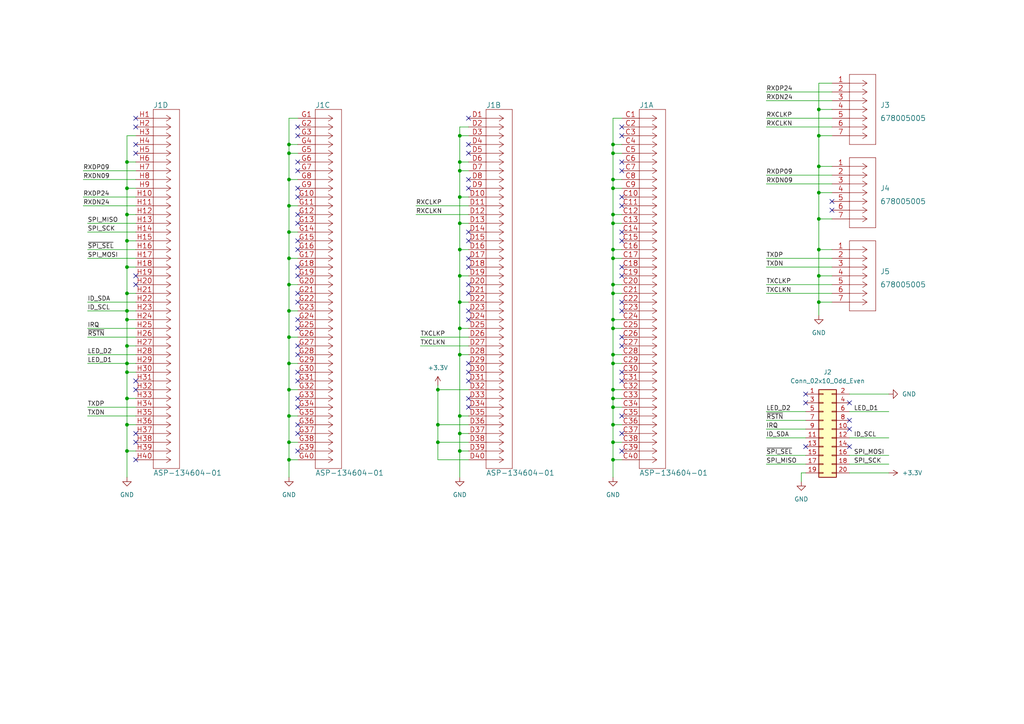
<source format=kicad_sch>
(kicad_sch (version 20211123) (generator eeschema)
  (paper "A4")
  (title_block (title "ATREB215-XPRO FMC Adapter") (date "2022-12-07") (rev "1.0") (company "Mark Saunders"))
  (lib_symbols
    (symbol "678005005:678005005" (pin_names (offset 0.254) hide)
      (property "Reference" "J" (at 8.89 6.35 0))
      (property "Value" "678005005" (at 10.16 -7.62 0))
      (symbol "678005005_1_1"
        (pin unspecified line (at 0 0 0) (length 5.08) (name "1") (number "1"))
        (pin unspecified line (at 0 -2.54 0) (length 5.08) (name "2") (number "2"))
        (pin unspecified line (at 0 -5.08 0) (length 5.08) (name "3") (number "3"))
        (pin unspecified line (at 0 -7.62 0) (length 5.08) (name "4") (number "4"))
        (pin unspecified line (at 0 -10.16 0) (length 5.08) (name "5") (number "5"))
        (pin unspecified line (at 0 -12.7 0) (length 5.08) (name "6") (number "6"))
        (pin unspecified line (at 0 -15.24 0) (length 5.08) (name "7") (number "7"))
      )
    )
    (symbol "ASP-134604-01:ASP-134604-01" (pin_names (offset 0.254) hide)
      (property "Reference" "J" (at 8.89 6.35 0))
      (property "Value" "ASP-134604-01" (at 10.16 -50.8 0))
      (symbol "ASP-134604-01_1_1"
        (pin unspecified line (at 0 0 0) (length 5.08) (name "C1") (number "C1"))
        (pin unspecified line (at 0 -22.86 0) (length 5.08) (name "C10") (number "C10"))
        (pin unspecified line (at 0 -25.4 0) (length 5.08) (name "C11") (number "C11"))
        (pin unspecified line (at 0 -27.94 0) (length 5.08) (name "C12") (number "C12"))
        (pin unspecified line (at 0 -30.48 0) (length 5.08) (name "C13") (number "C13"))
        (pin unspecified line (at 0 -33.02 0) (length 5.08) (name "C14") (number "C14"))
        (pin unspecified line (at 0 -35.56 0) (length 5.08) (name "C15") (number "C15"))
        (pin unspecified line (at 0 -38.1 0) (length 5.08) (name "C16") (number "C16"))
        (pin unspecified line (at 0 -40.64 0) (length 5.08) (name "C17") (number "C17"))
        (pin unspecified line (at 0 -43.18 0) (length 5.08) (name "C18") (number "C18"))
        (pin unspecified line (at 0 -45.72 0) (length 5.08) (name "C19") (number "C19"))
        (pin unspecified line (at 0 -2.54 0) (length 5.08) (name "C2") (number "C2"))
        (pin unspecified line (at 0 -48.26 0) (length 5.08) (name "C20") (number "C20"))
        (pin unspecified line (at 0 -50.8 0) (length 5.08) (name "C21") (number "C21"))
        (pin unspecified line (at 0 -53.34 0) (length 5.08) (name "C22") (number "C22"))
        (pin unspecified line (at 0 -55.88 0) (length 5.08) (name "C23") (number "C23"))
        (pin unspecified line (at 0 -58.42 0) (length 5.08) (name "C24") (number "C24"))
        (pin unspecified line (at 0 -60.96 0) (length 5.08) (name "C25") (number "C25"))
        (pin unspecified line (at 0 -63.5 0) (length 5.08) (name "C26") (number "C26"))
        (pin unspecified line (at 0 -66.04 0) (length 5.08) (name "C27") (number "C27"))
        (pin unspecified line (at 0 -68.58 0) (length 5.08) (name "C28") (number "C28"))
        (pin unspecified line (at 0 -71.12 0) (length 5.08) (name "C29") (number "C29"))
        (pin unspecified line (at 0 -5.08 0) (length 5.08) (name "C3") (number "C3"))
        (pin unspecified line (at 0 -73.66 0) (length 5.08) (name "C30") (number "C30"))
        (pin unspecified line (at 0 -76.2 0) (length 5.08) (name "C31") (number "C31"))
        (pin unspecified line (at 0 -78.74 0) (length 5.08) (name "C32") (number "C32"))
        (pin unspecified line (at 0 -81.28 0) (length 5.08) (name "C33") (number "C33"))
        (pin unspecified line (at 0 -83.82 0) (length 5.08) (name "C34") (number "C34"))
        (pin unspecified line (at 0 -86.36 0) (length 5.08) (name "C35") (number "C35"))
        (pin unspecified line (at 0 -88.9 0) (length 5.08) (name "C36") (number "C36"))
        (pin unspecified line (at 0 -91.44 0) (length 5.08) (name "C37") (number "C37"))
        (pin unspecified line (at 0 -93.98 0) (length 5.08) (name "C38") (number "C38"))
        (pin unspecified line (at 0 -96.52 0) (length 5.08) (name "C39") (number "C39"))
        (pin unspecified line (at 0 -7.62 0) (length 5.08) (name "C4") (number "C4"))
        (pin unspecified line (at 0 -99.06 0) (length 5.08) (name "C40") (number "C40"))
        (pin unspecified line (at 0 -10.16 0) (length 5.08) (name "C5") (number "C5"))
        (pin unspecified line (at 0 -12.7 0) (length 5.08) (name "C6") (number "C6"))
        (pin unspecified line (at 0 -15.24 0) (length 5.08) (name "C7") (number "C7"))
        (pin unspecified line (at 0 -17.78 0) (length 5.08) (name "C8") (number "C8"))
        (pin unspecified line (at 0 -20.32 0) (length 5.08) (name "C9") (number "C9"))
      )
      (symbol "ASP-134604-01_2_1"
        (pin unspecified line (at 0 0 0) (length 5.08) (name "D1") (number "D1"))
        (pin unspecified line (at 0 -22.86 0) (length 5.08) (name "D10") (number "D10"))
        (pin unspecified line (at 0 -25.4 0) (length 5.08) (name "D11") (number "D11"))
        (pin unspecified line (at 0 -27.94 0) (length 5.08) (name "D12") (number "D12"))
        (pin unspecified line (at 0 -30.48 0) (length 5.08) (name "D13") (number "D13"))
        (pin unspecified line (at 0 -33.02 0) (length 5.08) (name "D14") (number "D14"))
        (pin unspecified line (at 0 -35.56 0) (length 5.08) (name "D15") (number "D15"))
        (pin unspecified line (at 0 -38.1 0) (length 5.08) (name "D16") (number "D16"))
        (pin unspecified line (at 0 -40.64 0) (length 5.08) (name "D17") (number "D17"))
        (pin unspecified line (at 0 -43.18 0) (length 5.08) (name "D18") (number "D18"))
        (pin unspecified line (at 0 -45.72 0) (length 5.08) (name "D19") (number "D19"))
        (pin unspecified line (at 0 -2.54 0) (length 5.08) (name "D2") (number "D2"))
        (pin unspecified line (at 0 -48.26 0) (length 5.08) (name "D20") (number "D20"))
        (pin unspecified line (at 0 -50.8 0) (length 5.08) (name "D21") (number "D21"))
        (pin unspecified line (at 0 -53.34 0) (length 5.08) (name "D22") (number "D22"))
        (pin unspecified line (at 0 -55.88 0) (length 5.08) (name "D23") (number "D23"))
        (pin unspecified line (at 0 -58.42 0) (length 5.08) (name "D24") (number "D24"))
        (pin unspecified line (at 0 -60.96 0) (length 5.08) (name "D25") (number "D25"))
        (pin unspecified line (at 0 -63.5 0) (length 5.08) (name "D26") (number "D26"))
        (pin unspecified line (at 0 -66.04 0) (length 5.08) (name "D27") (number "D27"))
        (pin unspecified line (at 0 -68.58 0) (length 5.08) (name "D28") (number "D28"))
        (pin unspecified line (at 0 -71.12 0) (length 5.08) (name "D29") (number "D29"))
        (pin unspecified line (at 0 -5.08 0) (length 5.08) (name "D3") (number "D3"))
        (pin unspecified line (at 0 -73.66 0) (length 5.08) (name "D30") (number "D30"))
        (pin unspecified line (at 0 -76.2 0) (length 5.08) (name "D31") (number "D31"))
        (pin unspecified line (at 0 -78.74 0) (length 5.08) (name "D32") (number "D32"))
        (pin unspecified line (at 0 -81.28 0) (length 5.08) (name "D33") (number "D33"))
        (pin unspecified line (at 0 -83.82 0) (length 5.08) (name "D34") (number "D34"))
        (pin unspecified line (at 0 -86.36 0) (length 5.08) (name "D35") (number "D35"))
        (pin unspecified line (at 0 -88.9 0) (length 5.08) (name "D36") (number "D36"))
        (pin unspecified line (at 0 -91.44 0) (length 5.08) (name "D37") (number "D37"))
        (pin unspecified line (at 0 -93.98 0) (length 5.08) (name "D38") (number "D38"))
        (pin unspecified line (at 0 -96.52 0) (length 5.08) (name "D39") (number "D39"))
        (pin unspecified line (at 0 -7.62 0) (length 5.08) (name "D4") (number "D4"))
        (pin unspecified line (at 0 -99.06 0) (length 5.08) (name "D40") (number "D40"))
        (pin unspecified line (at 0 -10.16 0) (length 5.08) (name "D5") (number "D5"))
        (pin unspecified line (at 0 -12.7 0) (length 5.08) (name "D6") (number "D6"))
        (pin unspecified line (at 0 -15.24 0) (length 5.08) (name "D7") (number "D7"))
        (pin unspecified line (at 0 -17.78 0) (length 5.08) (name "D8") (number "D8"))
        (pin unspecified line (at 0 -20.32 0) (length 5.08) (name "D9") (number "D9"))
      )
      (symbol "ASP-134604-01_3_1"
        (pin unspecified line (at 0 0 0) (length 5.08) (name "G1") (number "G1"))
        (pin unspecified line (at 0 -22.86 0) (length 5.08) (name "G10") (number "G10"))
        (pin unspecified line (at 0 -25.4 0) (length 5.08) (name "G11") (number "G11"))
        (pin unspecified line (at 0 -27.94 0) (length 5.08) (name "G12") (number "G12"))
        (pin unspecified line (at 0 -30.48 0) (length 5.08) (name "G13") (number "G13"))
        (pin unspecified line (at 0 -33.02 0) (length 5.08) (name "G14") (number "G14"))
        (pin unspecified line (at 0 -35.56 0) (length 5.08) (name "G15") (number "G15"))
        (pin unspecified line (at 0 -38.1 0) (length 5.08) (name "G16") (number "G16"))
        (pin unspecified line (at 0 -40.64 0) (length 5.08) (name "G17") (number "G17"))
        (pin unspecified line (at 0 -43.18 0) (length 5.08) (name "G18") (number "G18"))
        (pin unspecified line (at 0 -45.72 0) (length 5.08) (name "G19") (number "G19"))
        (pin unspecified line (at 0 -2.54 0) (length 5.08) (name "G2") (number "G2"))
        (pin unspecified line (at 0 -48.26 0) (length 5.08) (name "G20") (number "G20"))
        (pin unspecified line (at 0 -50.8 0) (length 5.08) (name "G21") (number "G21"))
        (pin unspecified line (at 0 -53.34 0) (length 5.08) (name "G22") (number "G22"))
        (pin unspecified line (at 0 -55.88 0) (length 5.08) (name "G23") (number "G23"))
        (pin unspecified line (at 0 -58.42 0) (length 5.08) (name "G24") (number "G24"))
        (pin unspecified line (at 0 -60.96 0) (length 5.08) (name "G25") (number "G25"))
        (pin unspecified line (at 0 -63.5 0) (length 5.08) (name "G26") (number "G26"))
        (pin unspecified line (at 0 -66.04 0) (length 5.08) (name "G27") (number "G27"))
        (pin unspecified line (at 0 -68.58 0) (length 5.08) (name "G28") (number "G28"))
        (pin unspecified line (at 0 -71.12 0) (length 5.08) (name "G29") (number "G29"))
        (pin unspecified line (at 0 -5.08 0) (length 5.08) (name "G3") (number "G3"))
        (pin unspecified line (at 0 -73.66 0) (length 5.08) (name "G30") (number "G30"))
        (pin unspecified line (at 0 -76.2 0) (length 5.08) (name "G31") (number "G31"))
        (pin unspecified line (at 0 -78.74 0) (length 5.08) (name "G32") (number "G32"))
        (pin unspecified line (at 0 -81.28 0) (length 5.08) (name "G33") (number "G33"))
        (pin unspecified line (at 0 -83.82 0) (length 5.08) (name "G34") (number "G34"))
        (pin unspecified line (at 0 -86.36 0) (length 5.08) (name "G35") (number "G35"))
        (pin unspecified line (at 0 -88.9 0) (length 5.08) (name "G36") (number "G36"))
        (pin unspecified line (at 0 -91.44 0) (length 5.08) (name "G37") (number "G37"))
        (pin unspecified line (at 0 -93.98 0) (length 5.08) (name "G38") (number "G38"))
        (pin unspecified line (at 0 -96.52 0) (length 5.08) (name "G39") (number "G39"))
        (pin unspecified line (at 0 -7.62 0) (length 5.08) (name "G4") (number "G4"))
        (pin unspecified line (at 0 -99.06 0) (length 5.08) (name "G40") (number "G40"))
        (pin unspecified line (at 0 -10.16 0) (length 5.08) (name "G5") (number "G5"))
        (pin unspecified line (at 0 -12.7 0) (length 5.08) (name "G6") (number "G6"))
        (pin unspecified line (at 0 -15.24 0) (length 5.08) (name "G7") (number "G7"))
        (pin unspecified line (at 0 -17.78 0) (length 5.08) (name "G8") (number "G8"))
        (pin unspecified line (at 0 -20.32 0) (length 5.08) (name "G9") (number "G9"))
      )
      (symbol "ASP-134604-01_4_1"
        (pin unspecified line (at 0 0 0) (length 5.08) (name "H1") (number "H1"))
        (pin unspecified line (at 0 -22.86 0) (length 5.08) (name "H10") (number "H10"))
        (pin unspecified line (at 0 -25.4 0) (length 5.08) (name "H11") (number "H11"))
        (pin unspecified line (at 0 -27.94 0) (length 5.08) (name "H12") (number "H12"))
        (pin unspecified line (at 0 -30.48 0) (length 5.08) (name "H13") (number "H13"))
        (pin unspecified line (at 0 -33.02 0) (length 5.08) (name "H14") (number "H14"))
        (pin unspecified line (at 0 -35.56 0) (length 5.08) (name "H15") (number "H15"))
        (pin unspecified line (at 0 -38.1 0) (length 5.08) (name "H16") (number "H16"))
        (pin unspecified line (at 0 -40.64 0) (length 5.08) (name "H17") (number "H17"))
        (pin unspecified line (at 0 -43.18 0) (length 5.08) (name "H18") (number "H18"))
        (pin unspecified line (at 0 -45.72 0) (length 5.08) (name "H19") (number "H19"))
        (pin unspecified line (at 0 -2.54 0) (length 5.08) (name "H2") (number "H2"))
        (pin unspecified line (at 0 -48.26 0) (length 5.08) (name "H20") (number "H20"))
        (pin unspecified line (at 0 -50.8 0) (length 5.08) (name "H21") (number "H21"))
        (pin unspecified line (at 0 -53.34 0) (length 5.08) (name "H22") (number "H22"))
        (pin unspecified line (at 0 -55.88 0) (length 5.08) (name "H23") (number "H23"))
        (pin unspecified line (at 0 -58.42 0) (length 5.08) (name "H24") (number "H24"))
        (pin unspecified line (at 0 -60.96 0) (length 5.08) (name "H25") (number "H25"))
        (pin unspecified line (at 0 -63.5 0) (length 5.08) (name "H26") (number "H26"))
        (pin unspecified line (at 0 -66.04 0) (length 5.08) (name "H27") (number "H27"))
        (pin unspecified line (at 0 -68.58 0) (length 5.08) (name "H28") (number "H28"))
        (pin unspecified line (at 0 -71.12 0) (length 5.08) (name "H29") (number "H29"))
        (pin unspecified line (at 0 -5.08 0) (length 5.08) (name "H3") (number "H3"))
        (pin unspecified line (at 0 -73.66 0) (length 5.08) (name "H30") (number "H30"))
        (pin unspecified line (at 0 -76.2 0) (length 5.08) (name "H31") (number "H31"))
        (pin unspecified line (at 0 -78.74 0) (length 5.08) (name "H32") (number "H32"))
        (pin unspecified line (at 0 -81.28 0) (length 5.08) (name "H33") (number "H33"))
        (pin unspecified line (at 0 -83.82 0) (length 5.08) (name "H34") (number "H34"))
        (pin unspecified line (at 0 -86.36 0) (length 5.08) (name "H35") (number "H35"))
        (pin unspecified line (at 0 -88.9 0) (length 5.08) (name "H36") (number "H36"))
        (pin unspecified line (at 0 -91.44 0) (length 5.08) (name "H37") (number "H37"))
        (pin unspecified line (at 0 -93.98 0) (length 5.08) (name "H38") (number "H38"))
        (pin unspecified line (at 0 -96.52 0) (length 5.08) (name "H39") (number "H39"))
        (pin unspecified line (at 0 -7.62 0) (length 5.08) (name "H4") (number "H4"))
        (pin unspecified line (at 0 -99.06 0) (length 5.08) (name "H40") (number "H40"))
        (pin unspecified line (at 0 -10.16 0) (length 5.08) (name "H5") (number "H5"))
        (pin unspecified line (at 0 -12.7 0) (length 5.08) (name "H6") (number "H6"))
        (pin unspecified line (at 0 -15.24 0) (length 5.08) (name "H7") (number "H7"))
        (pin unspecified line (at 0 -17.78 0) (length 5.08) (name "H8") (number "H8"))
        (pin unspecified line (at 0 -20.32 0) (length 5.08) (name "H9") (number "H9"))
      )
    )
    (symbol "Connector_Generic:Conn_02x10_Odd_Even" (pin_names (offset 1.016) hide)
      (property "Reference" "J" (at 1.27 12.7 0))
      (property "Value" "Conn_02x10_Odd_Even" (at 1.27 -15.24 0))
      (symbol "Conn_02x10_Odd_Even_1_1"
        (pin passive line (at -5.08 10.16 0) (length 3.81) (name "Pin_1") (number "1"))
        (pin passive line (at 7.62 0 180) (length 3.81) (name "Pin_10") (number "10"))
        (pin passive line (at -5.08 -2.54 0) (length 3.81) (name "Pin_11") (number "11"))
        (pin passive line (at 7.62 -2.54 180) (length 3.81) (name "Pin_12") (number "12"))
        (pin passive line (at -5.08 -5.08 0) (length 3.81) (name "Pin_13") (number "13"))
        (pin passive line (at 7.62 -5.08 180) (length 3.81) (name "Pin_14") (number "14"))
        (pin passive line (at -5.08 -7.62 0) (length 3.81) (name "Pin_15") (number "15"))
        (pin passive line (at 7.62 -7.62 180) (length 3.81) (name "Pin_16") (number "16"))
        (pin passive line (at -5.08 -10.16 0) (length 3.81) (name "Pin_17") (number "17"))
        (pin passive line (at 7.62 -10.16 180) (length 3.81) (name "Pin_18") (number "18"))
        (pin passive line (at -5.08 -12.7 0) (length 3.81) (name "Pin_19") (number "19"))
        (pin passive line (at 7.62 10.16 180) (length 3.81) (name "Pin_2") (number "2"))
        (pin passive line (at 7.62 -12.7 180) (length 3.81) (name "Pin_20") (number "20"))
        (pin passive line (at -5.08 7.62 0) (length 3.81) (name "Pin_3") (number "3"))
        (pin passive line (at 7.62 7.62 180) (length 3.81) (name "Pin_4") (number "4"))
        (pin passive line (at -5.08 5.08 0) (length 3.81) (name "Pin_5") (number "5"))
        (pin passive line (at 7.62 5.08 180) (length 3.81) (name "Pin_6") (number "6"))
        (pin passive line (at -5.08 2.54 0) (length 3.81) (name "Pin_7") (number "7"))
        (pin passive line (at 7.62 2.54 180) (length 3.81) (name "Pin_8") (number "8"))
        (pin passive line (at -5.08 0 0) (length 3.81) (name "Pin_9") (number "9"))
      )
    )
    (symbol "power:+3.3V" (power) (pin_names (offset 0))
      (property "Value" "+3.3V" (at 0 3.556 0))
      (symbol "+3.3V_1_1"
        (pin power_in line (at 0 0 90) (length 0) hide (name "+3.3V") (number "1"))
      )
    )
    (symbol "power:GND" (power) (pin_names (offset 0))
      (property "Value" "GND" (at 0 -3.81 0))
      (symbol "GND_1_1"
        (pin power_in line (at 0 0 270) (length 0) hide (name "GND") (number "1"))
      )
    )
  )
  (junction (at 177.8 102.87))
  (junction (at 83.82 59.69))
  (junction (at 177.8 123.19))
  (junction (at 133.35 130.81))
  (junction (at 83.82 82.55))
  (junction (at 36.83 69.85))
  (junction (at 36.83 54.61))
  (junction (at 83.82 44.45))
  (junction (at 83.82 120.65))
  (junction (at 127 113.03))
  (junction (at 177.8 128.27))
  (junction (at 177.8 92.71))
  (junction (at 237.49 48.26))
  (junction (at 36.83 115.57))
  (junction (at 36.83 107.95))
  (junction (at 83.82 97.79))
  (junction (at 83.82 74.93))
  (junction (at 127 128.27))
  (junction (at 83.82 67.31))
  (junction (at 83.82 113.03))
  (junction (at 83.82 41.91))
  (junction (at 133.35 87.63))
  (junction (at 36.83 123.19))
  (junction (at 83.82 90.17))
  (junction (at 177.8 105.41))
  (junction (at 36.83 130.81))
  (junction (at 83.82 128.27))
  (junction (at 36.83 100.33))
  (junction (at 177.8 118.11))
  (junction (at 133.35 64.77))
  (junction (at 133.35 46.99))
  (junction (at 177.8 44.45))
  (junction (at 177.8 113.03))
  (junction (at 177.8 54.61))
  (junction (at 133.35 120.65))
  (junction (at 177.8 41.91))
  (junction (at 36.83 105.41))
  (junction (at 237.49 39.37))
  (junction (at 177.8 64.77))
  (junction (at 36.83 90.17))
  (junction (at 36.83 85.09))
  (junction (at 237.49 87.63))
  (junction (at 177.8 74.93))
  (junction (at 133.35 49.53))
  (junction (at 177.8 52.07))
  (junction (at 83.82 52.07))
  (junction (at 237.49 55.88))
  (junction (at 127 123.19))
  (junction (at 36.83 46.99))
  (junction (at 177.8 95.25))
  (junction (at 133.35 125.73))
  (junction (at 237.49 31.75))
  (junction (at 177.8 72.39))
  (junction (at 133.35 102.87))
  (junction (at 36.83 77.47))
  (junction (at 83.82 105.41))
  (junction (at 237.49 63.5))
  (junction (at 177.8 85.09))
  (junction (at 133.35 95.25))
  (junction (at 237.49 72.39))
  (junction (at 177.8 133.35))
  (junction (at 177.8 82.55))
  (junction (at 36.83 92.71))
  (junction (at 237.49 80.01))
  (junction (at 133.35 80.01))
  (junction (at 133.35 39.37))
  (junction (at 36.83 62.23))
  (junction (at 133.35 57.15))
  (junction (at 177.8 62.23))
  (junction (at 83.82 133.35))
  (junction (at 177.8 115.57))
  (junction (at 133.35 72.39))
  (no_connect (at 180.34 130.81))
  (no_connect (at 86.36 107.95))
  (no_connect (at 86.36 36.83))
  (no_connect (at 135.89 110.49))
  (no_connect (at 39.37 133.35))
  (no_connect (at 246.38 121.92))
  (no_connect (at 180.34 67.31))
  (no_connect (at 135.89 41.91))
  (no_connect (at 180.34 46.99))
  (no_connect (at 180.34 110.49))
  (no_connect (at 86.36 54.61))
  (no_connect (at 86.36 57.15))
  (no_connect (at 180.34 90.17))
  (no_connect (at 39.37 125.73))
  (no_connect (at 86.36 64.77))
  (no_connect (at 135.89 52.07))
  (no_connect (at 86.36 49.53))
  (no_connect (at 180.34 36.83))
  (no_connect (at 135.89 115.57))
  (no_connect (at 86.36 87.63))
  (no_connect (at 86.36 115.57))
  (no_connect (at 135.89 54.61))
  (no_connect (at 241.3 60.96))
  (no_connect (at 86.36 39.37))
  (no_connect (at 86.36 123.19))
  (no_connect (at 135.89 105.41))
  (no_connect (at 180.34 120.65))
  (no_connect (at 246.38 116.84))
  (no_connect (at 135.89 74.93))
  (no_connect (at 86.36 92.71))
  (no_connect (at 233.68 129.54))
  (no_connect (at 86.36 46.99))
  (no_connect (at 180.34 57.15))
  (no_connect (at 233.68 114.3))
  (no_connect (at 86.36 125.73))
  (no_connect (at 180.34 87.63))
  (no_connect (at 135.89 92.71))
  (no_connect (at 86.36 69.85))
  (no_connect (at 86.36 110.49))
  (no_connect (at 86.36 85.09))
  (no_connect (at 241.3 58.42))
  (no_connect (at 135.89 90.17))
  (no_connect (at 135.89 77.47))
  (no_connect (at 246.38 129.54))
  (no_connect (at 86.36 118.11))
  (no_connect (at 180.34 59.69))
  (no_connect (at 39.37 44.45))
  (no_connect (at 86.36 130.81))
  (no_connect (at 39.37 36.83))
  (no_connect (at 180.34 49.53))
  (no_connect (at 39.37 113.03))
  (no_connect (at 135.89 67.31))
  (no_connect (at 86.36 77.47))
  (no_connect (at 180.34 77.47))
  (no_connect (at 135.89 69.85))
  (no_connect (at 180.34 39.37))
  (no_connect (at 180.34 69.85))
  (no_connect (at 39.37 82.55))
  (no_connect (at 135.89 82.55))
  (no_connect (at 246.38 124.46))
  (no_connect (at 180.34 80.01))
  (no_connect (at 180.34 97.79))
  (no_connect (at 86.36 100.33))
  (no_connect (at 39.37 80.01))
  (no_connect (at 86.36 80.01))
  (no_connect (at 135.89 118.11))
  (no_connect (at 135.89 107.95))
  (no_connect (at 233.68 116.84))
  (no_connect (at 86.36 62.23))
  (no_connect (at 135.89 34.29))
  (no_connect (at 180.34 125.73))
  (no_connect (at 39.37 110.49))
  (no_connect (at 86.36 95.25))
  (no_connect (at 180.34 107.95))
  (no_connect (at 86.36 72.39))
  (no_connect (at 135.89 44.45))
  (no_connect (at 39.37 34.29))
  (no_connect (at 135.89 85.09))
  (no_connect (at 39.37 41.91))
  (no_connect (at 39.37 128.27))
  (no_connect (at 180.34 100.33))
  (no_connect (at 86.36 102.87))
  (wire (pts (xy 177.8 44.45) (xy 180.34 44.45)))
  (wire (pts (xy 36.83 46.99) (xy 36.83 54.61)))
  (wire (pts (xy 133.35 57.15) (xy 133.35 64.77)))
  (wire (pts (xy 36.83 39.37) (xy 36.83 46.99)))
  (wire (pts (xy 246.38 119.38) (xy 257.81 119.38)))
  (wire (pts (xy 36.83 100.33) (xy 39.37 100.33)))
  (wire (pts (xy 222.25 82.55) (xy 241.3 82.55)))
  (wire (pts (xy 246.38 134.62) (xy 257.81 134.62)))
  (wire (pts (xy 133.35 64.77) (xy 133.35 72.39)))
  (wire (pts (xy 237.49 31.75) (xy 241.3 31.75)))
  (wire (pts (xy 135.89 133.35) (xy 127 133.35)))
  (wire (pts (xy 241.3 24.13) (xy 237.49 24.13)))
  (wire (pts (xy 36.83 130.81) (xy 39.37 130.81)))
  (wire (pts (xy 25.4 72.39) (xy 39.37 72.39)))
  (wire (pts (xy 237.49 87.63) (xy 241.3 87.63)))
  (wire (pts (xy 177.8 128.27) (xy 180.34 128.27)))
  (wire (pts (xy 237.49 87.63) (xy 237.49 91.44)))
  (wire (pts (xy 83.82 52.07) (xy 86.36 52.07)))
  (wire (pts (xy 36.83 115.57) (xy 36.83 123.19)))
  (wire (pts (xy 133.35 49.53) (xy 135.89 49.53)))
  (wire (pts (xy 246.38 127) (xy 257.81 127)))
  (wire (pts (xy 177.8 95.25) (xy 180.34 95.25)))
  (wire (pts (xy 177.8 118.11) (xy 177.8 123.19)))
  (wire (pts (xy 177.8 52.07) (xy 180.34 52.07)))
  (wire (pts (xy 83.82 52.07) (xy 83.82 59.69)))
  (wire (pts (xy 180.34 74.93) (xy 177.8 74.93)))
  (wire (pts (xy 25.4 90.17) (xy 36.83 90.17)))
  (wire (pts (xy 222.25 124.46) (xy 233.68 124.46)))
  (wire (pts (xy 133.35 36.83) (xy 133.35 39.37)))
  (wire (pts (xy 36.83 107.95) (xy 39.37 107.95)))
  (wire (pts (xy 237.49 31.75) (xy 237.49 39.37)))
  (wire (pts (xy 83.82 90.17) (xy 86.36 90.17)))
  (wire (pts (xy 36.83 39.37) (xy 39.37 39.37)))
  (wire (pts (xy 36.83 92.71) (xy 39.37 92.71)))
  (wire (pts (xy 36.83 90.17) (xy 39.37 90.17)))
  (wire (pts (xy 83.82 59.69) (xy 86.36 59.69)))
  (wire (pts (xy 36.83 62.23) (xy 36.83 69.85)))
  (wire (pts (xy 36.83 130.81) (xy 36.83 138.43)))
  (wire (pts (xy 135.89 123.19) (xy 127 123.19)))
  (wire (pts (xy 177.8 128.27) (xy 177.8 133.35)))
  (wire (pts (xy 83.82 82.55) (xy 86.36 82.55)))
  (wire (pts (xy 83.82 44.45) (xy 86.36 44.45)))
  (wire (pts (xy 237.49 72.39) (xy 241.3 72.39)))
  (wire (pts (xy 177.8 52.07) (xy 177.8 54.61)))
  (wire (pts (xy 222.25 132.08) (xy 233.68 132.08)))
  (wire (pts (xy 36.83 62.23) (xy 39.37 62.23)))
  (wire (pts (xy 177.8 92.71) (xy 177.8 95.25)))
  (wire (pts (xy 25.4 97.79) (xy 39.37 97.79)))
  (wire (pts (xy 177.8 133.35) (xy 180.34 133.35)))
  (wire (pts (xy 177.8 105.41) (xy 177.8 113.03)))
  (wire (pts (xy 83.82 90.17) (xy 83.82 97.79)))
  (wire (pts (xy 177.8 95.25) (xy 177.8 102.87)))
  (wire (pts (xy 133.35 87.63) (xy 135.89 87.63)))
  (wire (pts (xy 127 128.27) (xy 127 123.19)))
  (wire (pts (xy 36.83 105.41) (xy 36.83 107.95)))
  (wire (pts (xy 222.25 29.21) (xy 241.3 29.21)))
  (wire (pts (xy 246.38 137.16) (xy 257.81 137.16)))
  (wire (pts (xy 177.8 118.11) (xy 180.34 118.11)))
  (wire (pts (xy 133.35 72.39) (xy 133.35 80.01)))
  (wire (pts (xy 36.83 77.47) (xy 36.83 85.09)))
  (wire (pts (xy 83.82 41.91) (xy 83.82 44.45)))
  (wire (pts (xy 237.49 39.37) (xy 241.3 39.37)))
  (wire (pts (xy 83.82 67.31) (xy 83.82 74.93)))
  (wire (pts (xy 133.35 87.63) (xy 133.35 95.25)))
  (wire (pts (xy 83.82 128.27) (xy 83.82 133.35)))
  (wire (pts (xy 83.82 105.41) (xy 86.36 105.41)))
  (wire (pts (xy 36.83 90.17) (xy 36.83 92.71)))
  (wire (pts (xy 237.49 48.26) (xy 241.3 48.26)))
  (wire (pts (xy 135.89 102.87) (xy 133.35 102.87)))
  (wire (pts (xy 127 123.19) (xy 127 113.03)))
  (wire (pts (xy 177.8 123.19) (xy 177.8 128.27)))
  (wire (pts (xy 177.8 72.39) (xy 177.8 74.93)))
  (wire (pts (xy 133.35 46.99) (xy 135.89 46.99)))
  (wire (pts (xy 83.82 82.55) (xy 83.82 90.17)))
  (wire (pts (xy 25.4 118.11) (xy 39.37 118.11)))
  (wire (pts (xy 177.8 62.23) (xy 177.8 64.77)))
  (wire (pts (xy 177.8 41.91) (xy 180.34 41.91)))
  (wire (pts (xy 25.4 74.93) (xy 39.37 74.93)))
  (wire (pts (xy 83.82 67.31) (xy 86.36 67.31)))
  (wire (pts (xy 83.82 59.69) (xy 83.82 67.31)))
  (wire (pts (xy 177.8 64.77) (xy 177.8 72.39)))
  (wire (pts (xy 177.8 115.57) (xy 177.8 118.11)))
  (wire (pts (xy 121.92 100.33) (xy 135.89 100.33)))
  (wire (pts (xy 24.13 52.07) (xy 39.37 52.07)))
  (wire (pts (xy 25.4 105.41) (xy 36.83 105.41)))
  (wire (pts (xy 133.35 80.01) (xy 133.35 87.63)))
  (wire (pts (xy 120.65 62.23) (xy 135.89 62.23)))
  (wire (pts (xy 222.25 53.34) (xy 241.3 53.34)))
  (wire (pts (xy 25.4 120.65) (xy 39.37 120.65)))
  (wire (pts (xy 237.49 63.5) (xy 237.49 72.39)))
  (wire (pts (xy 237.49 72.39) (xy 237.49 80.01)))
  (wire (pts (xy 133.35 95.25) (xy 133.35 102.87)))
  (wire (pts (xy 36.83 85.09) (xy 39.37 85.09)))
  (wire (pts (xy 133.35 80.01) (xy 135.89 80.01)))
  (wire (pts (xy 36.83 107.95) (xy 36.83 115.57)))
  (wire (pts (xy 36.83 54.61) (xy 36.83 62.23)))
  (wire (pts (xy 25.4 67.31) (xy 39.37 67.31)))
  (wire (pts (xy 83.82 41.91) (xy 86.36 41.91)))
  (wire (pts (xy 222.25 127) (xy 233.68 127)))
  (wire (pts (xy 83.82 74.93) (xy 86.36 74.93)))
  (wire (pts (xy 25.4 102.87) (xy 39.37 102.87)))
  (wire (pts (xy 237.49 55.88) (xy 241.3 55.88)))
  (wire (pts (xy 177.8 113.03) (xy 177.8 115.57)))
  (wire (pts (xy 177.8 34.29) (xy 177.8 41.91)))
  (wire (pts (xy 83.82 105.41) (xy 83.82 113.03)))
  (wire (pts (xy 133.35 64.77) (xy 135.89 64.77)))
  (wire (pts (xy 36.83 69.85) (xy 36.83 77.47)))
  (wire (pts (xy 177.8 102.87) (xy 177.8 105.41)))
  (wire (pts (xy 222.25 77.47) (xy 241.3 77.47)))
  (wire (pts (xy 36.83 77.47) (xy 39.37 77.47)))
  (wire (pts (xy 36.83 54.61) (xy 39.37 54.61)))
  (wire (pts (xy 237.49 48.26) (xy 237.49 55.88)))
  (wire (pts (xy 222.25 26.67) (xy 241.3 26.67)))
  (wire (pts (xy 24.13 57.15) (xy 39.37 57.15)))
  (wire (pts (xy 222.25 36.83) (xy 241.3 36.83)))
  (wire (pts (xy 25.4 95.25) (xy 39.37 95.25)))
  (wire (pts (xy 135.89 39.37) (xy 133.35 39.37)))
  (wire (pts (xy 177.8 74.93) (xy 177.8 82.55)))
  (wire (pts (xy 222.25 34.29) (xy 241.3 34.29)))
  (wire (pts (xy 83.82 113.03) (xy 83.82 120.65)))
  (wire (pts (xy 177.8 82.55) (xy 177.8 85.09)))
  (wire (pts (xy 133.35 46.99) (xy 133.35 49.53)))
  (wire (pts (xy 83.82 113.03) (xy 86.36 113.03)))
  (wire (pts (xy 36.83 85.09) (xy 36.83 90.17)))
  (wire (pts (xy 83.82 97.79) (xy 83.82 105.41)))
  (wire (pts (xy 133.35 120.65) (xy 135.89 120.65)))
  (wire (pts (xy 86.36 34.29) (xy 83.82 34.29)))
  (wire (pts (xy 133.35 125.73) (xy 135.89 125.73)))
  (wire (pts (xy 83.82 128.27) (xy 86.36 128.27)))
  (wire (pts (xy 177.8 92.71) (xy 180.34 92.71)))
  (wire (pts (xy 246.38 132.08) (xy 257.81 132.08)))
  (wire (pts (xy 83.82 120.65) (xy 86.36 120.65)))
  (wire (pts (xy 135.89 113.03) (xy 127 113.03)))
  (wire (pts (xy 36.83 115.57) (xy 39.37 115.57)))
  (wire (pts (xy 237.49 55.88) (xy 237.49 63.5)))
  (wire (pts (xy 177.8 133.35) (xy 177.8 138.43)))
  (wire (pts (xy 177.8 72.39) (xy 180.34 72.39)))
  (wire (pts (xy 133.35 49.53) (xy 133.35 57.15)))
  (wire (pts (xy 237.49 80.01) (xy 237.49 87.63)))
  (wire (pts (xy 177.8 54.61) (xy 177.8 62.23)))
  (wire (pts (xy 36.83 69.85) (xy 39.37 69.85)))
  (wire (pts (xy 121.92 97.79) (xy 135.89 97.79)))
  (wire (pts (xy 133.35 39.37) (xy 133.35 46.99)))
  (wire (pts (xy 133.35 72.39) (xy 135.89 72.39)))
  (wire (pts (xy 120.65 59.69) (xy 135.89 59.69)))
  (wire (pts (xy 83.82 74.93) (xy 83.82 82.55)))
  (wire (pts (xy 133.35 57.15) (xy 135.89 57.15)))
  (wire (pts (xy 133.35 125.73) (xy 133.35 130.81)))
  (wire (pts (xy 222.25 119.38) (xy 233.68 119.38)))
  (wire (pts (xy 177.8 115.57) (xy 180.34 115.57)))
  (wire (pts (xy 24.13 59.69) (xy 39.37 59.69)))
  (wire (pts (xy 36.83 100.33) (xy 36.83 105.41)))
  (wire (pts (xy 177.8 44.45) (xy 177.8 52.07)))
  (wire (pts (xy 237.49 63.5) (xy 241.3 63.5)))
  (wire (pts (xy 36.83 123.19) (xy 36.83 130.81)))
  (wire (pts (xy 36.83 46.99) (xy 39.37 46.99)))
  (wire (pts (xy 177.8 105.41) (xy 180.34 105.41)))
  (wire (pts (xy 237.49 80.01) (xy 241.3 80.01)))
  (wire (pts (xy 233.68 137.16) (xy 232.41 137.16)))
  (wire (pts (xy 36.83 105.41) (xy 39.37 105.41)))
  (wire (pts (xy 36.83 92.71) (xy 36.83 100.33)))
  (wire (pts (xy 246.38 114.3) (xy 257.81 114.3)))
  (wire (pts (xy 232.41 137.16) (xy 232.41 139.7)))
  (wire (pts (xy 177.8 41.91) (xy 177.8 44.45)))
  (wire (pts (xy 127 133.35) (xy 127 128.27)))
  (wire (pts (xy 133.35 130.81) (xy 135.89 130.81)))
  (wire (pts (xy 83.82 97.79) (xy 86.36 97.79)))
  (wire (pts (xy 133.35 130.81) (xy 133.35 138.43)))
  (wire (pts (xy 133.35 95.25) (xy 135.89 95.25)))
  (wire (pts (xy 222.25 134.62) (xy 233.68 134.62)))
  (wire (pts (xy 83.82 44.45) (xy 83.82 52.07)))
  (wire (pts (xy 222.25 121.92) (xy 233.68 121.92)))
  (wire (pts (xy 83.82 133.35) (xy 83.82 138.43)))
  (wire (pts (xy 177.8 82.55) (xy 180.34 82.55)))
  (wire (pts (xy 25.4 64.77) (xy 39.37 64.77)))
  (wire (pts (xy 222.25 74.93) (xy 241.3 74.93)))
  (wire (pts (xy 241.3 85.09) (xy 222.25 85.09)))
  (wire (pts (xy 180.34 34.29) (xy 177.8 34.29)))
  (wire (pts (xy 133.35 102.87) (xy 133.35 120.65)))
  (wire (pts (xy 177.8 102.87) (xy 180.34 102.87)))
  (wire (pts (xy 177.8 54.61) (xy 180.34 54.61)))
  (wire (pts (xy 177.8 62.23) (xy 180.34 62.23)))
  (wire (pts (xy 83.82 133.35) (xy 86.36 133.35)))
  (wire (pts (xy 36.83 123.19) (xy 39.37 123.19)))
  (wire (pts (xy 25.4 87.63) (xy 39.37 87.63)))
  (wire (pts (xy 177.8 113.03) (xy 180.34 113.03)))
  (wire (pts (xy 177.8 123.19) (xy 180.34 123.19)))
  (wire (pts (xy 83.82 34.29) (xy 83.82 41.91)))
  (wire (pts (xy 135.89 128.27) (xy 127 128.27)))
  (wire (pts (xy 24.13 49.53) (xy 39.37 49.53)))
  (wire (pts (xy 237.49 39.37) (xy 237.49 48.26)))
  (wire (pts (xy 177.8 85.09) (xy 180.34 85.09)))
  (wire (pts (xy 133.35 36.83) (xy 135.89 36.83)))
  (wire (pts (xy 127 113.03) (xy 127 111.76)))
  (wire (pts (xy 237.49 24.13) (xy 237.49 31.75)))
  (wire (pts (xy 177.8 64.77) (xy 180.34 64.77)))
  (wire (pts (xy 133.35 120.65) (xy 133.35 125.73)))
  (wire (pts (xy 83.82 120.65) (xy 83.82 128.27)))
  (wire (pts (xy 177.8 85.09) (xy 177.8 92.71)))
  (wire (pts (xy 222.25 50.8) (xy 241.3 50.8)))
  (label "ID_SCL" (at 25.4 90.17 0))
  (label "TXDP" (at 25.4 118.11 0))
  (label "SPI_SCK" (at 247.65 134.62 0))
  (label "SPI_SCK" (at 25.4 67.31 0))
  (label "LED_D2" (at 25.4 102.87 0))
  (label "SPI_MISO" (at 222.25 134.62 0))
  (label "SPI_MOSI" (at 25.4 74.93 0))
  (label "RXDP24" (at 24.13 57.15 0))
  (label "~{SPI_SEL}" (at 222.25 132.08 0))
  (label "LED_D1" (at 25.4 105.41 0))
  (label "RXDP09" (at 24.13 49.53 0))
  (label "TXCLKP" (at 121.92 97.79 0))
  (label "RXDP09" (at 222.25 50.8 0))
  (label "RXCLKN" (at 222.25 36.83 0))
  (label "TXDN" (at 222.25 77.47 0))
  (label "ID_SDA" (at 25.4 87.63 0))
  (label "SPI_MISO" (at 25.4 64.77 0))
  (label "RXDN24" (at 222.25 29.21 0))
  (label "~{SPI_SEL}" (at 25.4 72.39 0))
  (label "TXCLKP" (at 222.25 82.55 0))
  (label "RXDP24" (at 222.25 26.67 0))
  (label "RXDN09" (at 222.25 53.34 0))
  (label "RXDN09" (at 24.13 52.07 0))
  (label "TXCLKN" (at 121.92 100.33 0))
  (label "TXDN" (at 25.4 120.65 0))
  (label "RXCLKP" (at 120.65 59.69 0))
  (label "RXDN24" (at 24.13 59.69 0))
  (label "RXCLKP" (at 222.25 34.29 0))
  (label "ID_SDA" (at 222.25 127 0))
  (label "~{RSTN}" (at 25.4 97.79 0))
  (label "LED_D1" (at 247.65 119.38 0))
  (label "~{RSTN}" (at 222.25 121.92 0))
  (label "ID_SCL" (at 247.65 127 0))
  (label "SPI_MOSI" (at 247.65 132.08 0))
  (label "IRQ" (at 25.4 95.25 0))
  (label "LED_D2" (at 222.25 119.38 0))
  (label "TXDP" (at 222.25 74.93 0))
  (label "TXCLKN" (at 222.25 85.09 0))
  (label "RXCLKN" (at 120.65 62.23 0))
  (label "IRQ" (at 222.25 124.46 0))
  (symbol (lib_id "ASP-134604-01:ASP-134604-01") (at 180.34 34.29 0) (unit 1)
    (property "Reference" "J1" (at 185.42 30.48 0) (effects (font (size 1.524 1.524)) (justify left)))
    (property "Value" "ASP-134604-01" (at 185.42 137.16 0) (effects (font (size 1.524 1.524)) (justify left)))
    (property "Footprint" "ASP-134604-01:ASP-134604-01" (effects hide))
  )
  (symbol (lib_id "power:GND") (at 237.49 91.44 0) (unit 1)
    (property "Reference" "#PWR06" (effects hide))
    (property "Value" "GND" (at 237.49 96.52 0))
  )
  (symbol (lib_id "power:GND") (at 36.83 138.43 0) (unit 1)
    (property "Reference" "#PWR01" (effects hide))
    (property "Value" "GND" (at 36.83 143.51 0))
  )
  (symbol (lib_id "678005005:678005005") (at 241.3 24.13 0) (unit 1)
    (property "Reference" "J3" (at 255.27 30.48 0) (effects (font (size 1.524 1.524)) (justify left)))
    (property "Value" "678005005" (at 255.27 34.29 0) (effects (font (size 1.524 1.524)) (justify left)))
    (property "Footprint" "678005005:678005005" (effects hide))
  )
  (symbol (lib_id "power:GND") (at 177.8 138.43 0) (unit 1)
    (property "Reference" "#PWR04" (effects hide))
    (property "Value" "GND" (at 177.8 143.51 0))
  )
  (symbol (lib_id "power:+3.3V") (at 257.81 137.16 270) (unit 1)
    (property "Reference" "#PWR07" (effects hide))
    (property "Value" "+3.3V" (at 261.62 137.1599 90) (effects (justify left)))
  )
  (symbol (lib_id "ASP-134604-01:ASP-134604-01") (at 86.36 34.29 0) (unit 3)
    (property "Reference" "J1" (at 91.44 30.48 0) (effects (font (size 1.524 1.524)) (justify left)))
    (property "Value" "ASP-134604-01" (at 91.44 137.16 0) (effects (font (size 1.524 1.524)) (justify left)))
    (property "Footprint" "ASP-134604-01:ASP-134604-01" (effects hide))
  )
  (symbol (lib_id "power:+3.3V") (at 127 111.76 0) (unit 1)
    (property "Reference" "#PWR0101" (effects hide))
    (property "Value" "+3.3V" (at 127 106.68 0))
  )
  (symbol (lib_id "ASP-134604-01:ASP-134604-01") (at 39.37 34.29 0) (unit 4)
    (property "Reference" "J1" (at 44.45 30.48 0) (effects (font (size 1.524 1.524)) (justify left)))
    (property "Value" "ASP-134604-01" (at 44.45 137.16 0) (effects (font (size 1.524 1.524)) (justify left)))
    (property "Footprint" "ASP-134604-01:ASP-134604-01" (effects hide))
  )
  (symbol (lib_id "ASP-134604-01:ASP-134604-01") (at 135.89 34.29 0) (unit 2)
    (property "Reference" "J1" (at 140.97 30.48 0) (effects (font (size 1.524 1.524)) (justify left)))
    (property "Value" "ASP-134604-01" (at 140.97 137.16 0) (effects (font (size 1.524 1.524)) (justify left)))
    (property "Footprint" "ASP-134604-01:ASP-134604-01" (effects hide))
  )
  (symbol (lib_id "Connector_Generic:Conn_02x10_Odd_Even") (at 238.76 124.46 0) (unit 1)
    (property "Reference" "J2" (at 240.03 107.95 0))
    (property "Value" "Conn_02x10_Odd_Even" (at 240.03 110.49 0))
    (property "Footprint" "Connector_PinHeader_2.54mm:PinHeader_2x10_P2.54mm_Horizontal" (effects hide))
  )
  (symbol (lib_id "678005005:678005005") (at 241.3 48.26 0) (unit 1)
    (property "Reference" "J4" (at 255.27 54.61 0) (effects (font (size 1.524 1.524)) (justify left)))
    (property "Value" "678005005" (at 255.27 58.42 0) (effects (font (size 1.524 1.524)) (justify left)))
    (property "Footprint" "678005005:678005005" (effects hide))
  )
  (symbol (lib_id "power:GND") (at 232.41 139.7 0) (unit 1)
    (property "Reference" "#PWR05" (effects hide))
    (property "Value" "GND" (at 232.41 144.78 0))
  )
  (symbol (lib_id "power:GND") (at 83.82 138.43 0) (unit 1)
    (property "Reference" "#PWR02" (effects hide))
    (property "Value" "GND" (at 83.82 143.51 0))
  )
  (symbol (lib_id "power:GND") (at 257.81 114.3 90) (unit 1)
    (property "Reference" "#PWR08" (effects hide))
    (property "Value" "GND" (at 261.62 114.2999 90) (effects (justify right)))
  )
  (symbol (lib_id "678005005:678005005") (at 241.3 72.39 0) (unit 1)
    (property "Reference" "J5" (at 255.27 78.74 0) (effects (font (size 1.524 1.524)) (justify left)))
    (property "Value" "678005005" (at 255.27 82.55 0) (effects (font (size 1.524 1.524)) (justify left)))
    (property "Footprint" "678005005:678005005" (effects hide))
  )
  (symbol (lib_id "power:GND") (at 133.35 138.43 0) (unit 1)
    (property "Reference" "#PWR03" (effects hide))
    (property "Value" "GND" (at 133.35 143.51 0))
  )
)
</source>
